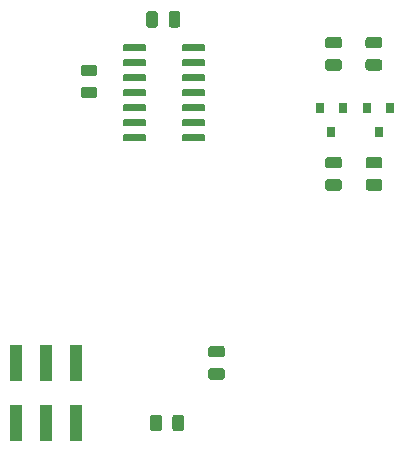
<source format=gtp>
G04 #@! TF.GenerationSoftware,KiCad,Pcbnew,(5.1.5-0-10_14)*
G04 #@! TF.CreationDate,2020-10-21T13:28:45+02:00*
G04 #@! TF.ProjectId,ithowifi,6974686f-7769-4666-992e-6b696361645f,rev?*
G04 #@! TF.SameCoordinates,Original*
G04 #@! TF.FileFunction,Paste,Top*
G04 #@! TF.FilePolarity,Positive*
%FSLAX46Y46*%
G04 Gerber Fmt 4.6, Leading zero omitted, Abs format (unit mm)*
G04 Created by KiCad (PCBNEW (5.1.5-0-10_14)) date 2020-10-21 13:28:45*
%MOMM*%
%LPD*%
G04 APERTURE LIST*
%ADD10C,0.100000*%
%ADD11R,0.800000X0.900000*%
%ADD12R,1.000000X3.150000*%
G04 APERTURE END LIST*
D10*
G36*
X109446142Y-141929174D02*
G01*
X109469803Y-141932684D01*
X109493007Y-141938496D01*
X109515529Y-141946554D01*
X109537153Y-141956782D01*
X109557670Y-141969079D01*
X109576883Y-141983329D01*
X109594607Y-141999393D01*
X109610671Y-142017117D01*
X109624921Y-142036330D01*
X109637218Y-142056847D01*
X109647446Y-142078471D01*
X109655504Y-142100993D01*
X109661316Y-142124197D01*
X109664826Y-142147858D01*
X109666000Y-142171750D01*
X109666000Y-142659250D01*
X109664826Y-142683142D01*
X109661316Y-142706803D01*
X109655504Y-142730007D01*
X109647446Y-142752529D01*
X109637218Y-142774153D01*
X109624921Y-142794670D01*
X109610671Y-142813883D01*
X109594607Y-142831607D01*
X109576883Y-142847671D01*
X109557670Y-142861921D01*
X109537153Y-142874218D01*
X109515529Y-142884446D01*
X109493007Y-142892504D01*
X109469803Y-142898316D01*
X109446142Y-142901826D01*
X109422250Y-142903000D01*
X108509750Y-142903000D01*
X108485858Y-142901826D01*
X108462197Y-142898316D01*
X108438993Y-142892504D01*
X108416471Y-142884446D01*
X108394847Y-142874218D01*
X108374330Y-142861921D01*
X108355117Y-142847671D01*
X108337393Y-142831607D01*
X108321329Y-142813883D01*
X108307079Y-142794670D01*
X108294782Y-142774153D01*
X108284554Y-142752529D01*
X108276496Y-142730007D01*
X108270684Y-142706803D01*
X108267174Y-142683142D01*
X108266000Y-142659250D01*
X108266000Y-142171750D01*
X108267174Y-142147858D01*
X108270684Y-142124197D01*
X108276496Y-142100993D01*
X108284554Y-142078471D01*
X108294782Y-142056847D01*
X108307079Y-142036330D01*
X108321329Y-142017117D01*
X108337393Y-141999393D01*
X108355117Y-141983329D01*
X108374330Y-141969079D01*
X108394847Y-141956782D01*
X108416471Y-141946554D01*
X108438993Y-141938496D01*
X108462197Y-141932684D01*
X108485858Y-141929174D01*
X108509750Y-141928000D01*
X109422250Y-141928000D01*
X109446142Y-141929174D01*
G37*
G36*
X109446142Y-140054174D02*
G01*
X109469803Y-140057684D01*
X109493007Y-140063496D01*
X109515529Y-140071554D01*
X109537153Y-140081782D01*
X109557670Y-140094079D01*
X109576883Y-140108329D01*
X109594607Y-140124393D01*
X109610671Y-140142117D01*
X109624921Y-140161330D01*
X109637218Y-140181847D01*
X109647446Y-140203471D01*
X109655504Y-140225993D01*
X109661316Y-140249197D01*
X109664826Y-140272858D01*
X109666000Y-140296750D01*
X109666000Y-140784250D01*
X109664826Y-140808142D01*
X109661316Y-140831803D01*
X109655504Y-140855007D01*
X109647446Y-140877529D01*
X109637218Y-140899153D01*
X109624921Y-140919670D01*
X109610671Y-140938883D01*
X109594607Y-140956607D01*
X109576883Y-140972671D01*
X109557670Y-140986921D01*
X109537153Y-140999218D01*
X109515529Y-141009446D01*
X109493007Y-141017504D01*
X109469803Y-141023316D01*
X109446142Y-141026826D01*
X109422250Y-141028000D01*
X108509750Y-141028000D01*
X108485858Y-141026826D01*
X108462197Y-141023316D01*
X108438993Y-141017504D01*
X108416471Y-141009446D01*
X108394847Y-140999218D01*
X108374330Y-140986921D01*
X108355117Y-140972671D01*
X108337393Y-140956607D01*
X108321329Y-140938883D01*
X108307079Y-140919670D01*
X108294782Y-140899153D01*
X108284554Y-140877529D01*
X108276496Y-140855007D01*
X108270684Y-140831803D01*
X108267174Y-140808142D01*
X108266000Y-140784250D01*
X108266000Y-140296750D01*
X108267174Y-140272858D01*
X108270684Y-140249197D01*
X108276496Y-140225993D01*
X108284554Y-140203471D01*
X108294782Y-140181847D01*
X108307079Y-140161330D01*
X108321329Y-140142117D01*
X108337393Y-140124393D01*
X108355117Y-140108329D01*
X108374330Y-140094079D01*
X108394847Y-140081782D01*
X108416471Y-140071554D01*
X108438993Y-140063496D01*
X108462197Y-140057684D01*
X108485858Y-140054174D01*
X108509750Y-140053000D01*
X109422250Y-140053000D01*
X109446142Y-140054174D01*
G37*
G36*
X98651142Y-116226174D02*
G01*
X98674803Y-116229684D01*
X98698007Y-116235496D01*
X98720529Y-116243554D01*
X98742153Y-116253782D01*
X98762670Y-116266079D01*
X98781883Y-116280329D01*
X98799607Y-116296393D01*
X98815671Y-116314117D01*
X98829921Y-116333330D01*
X98842218Y-116353847D01*
X98852446Y-116375471D01*
X98860504Y-116397993D01*
X98866316Y-116421197D01*
X98869826Y-116444858D01*
X98871000Y-116468750D01*
X98871000Y-116956250D01*
X98869826Y-116980142D01*
X98866316Y-117003803D01*
X98860504Y-117027007D01*
X98852446Y-117049529D01*
X98842218Y-117071153D01*
X98829921Y-117091670D01*
X98815671Y-117110883D01*
X98799607Y-117128607D01*
X98781883Y-117144671D01*
X98762670Y-117158921D01*
X98742153Y-117171218D01*
X98720529Y-117181446D01*
X98698007Y-117189504D01*
X98674803Y-117195316D01*
X98651142Y-117198826D01*
X98627250Y-117200000D01*
X97714750Y-117200000D01*
X97690858Y-117198826D01*
X97667197Y-117195316D01*
X97643993Y-117189504D01*
X97621471Y-117181446D01*
X97599847Y-117171218D01*
X97579330Y-117158921D01*
X97560117Y-117144671D01*
X97542393Y-117128607D01*
X97526329Y-117110883D01*
X97512079Y-117091670D01*
X97499782Y-117071153D01*
X97489554Y-117049529D01*
X97481496Y-117027007D01*
X97475684Y-117003803D01*
X97472174Y-116980142D01*
X97471000Y-116956250D01*
X97471000Y-116468750D01*
X97472174Y-116444858D01*
X97475684Y-116421197D01*
X97481496Y-116397993D01*
X97489554Y-116375471D01*
X97499782Y-116353847D01*
X97512079Y-116333330D01*
X97526329Y-116314117D01*
X97542393Y-116296393D01*
X97560117Y-116280329D01*
X97579330Y-116266079D01*
X97599847Y-116253782D01*
X97621471Y-116243554D01*
X97643993Y-116235496D01*
X97667197Y-116229684D01*
X97690858Y-116226174D01*
X97714750Y-116225000D01*
X98627250Y-116225000D01*
X98651142Y-116226174D01*
G37*
G36*
X98651142Y-118101174D02*
G01*
X98674803Y-118104684D01*
X98698007Y-118110496D01*
X98720529Y-118118554D01*
X98742153Y-118128782D01*
X98762670Y-118141079D01*
X98781883Y-118155329D01*
X98799607Y-118171393D01*
X98815671Y-118189117D01*
X98829921Y-118208330D01*
X98842218Y-118228847D01*
X98852446Y-118250471D01*
X98860504Y-118272993D01*
X98866316Y-118296197D01*
X98869826Y-118319858D01*
X98871000Y-118343750D01*
X98871000Y-118831250D01*
X98869826Y-118855142D01*
X98866316Y-118878803D01*
X98860504Y-118902007D01*
X98852446Y-118924529D01*
X98842218Y-118946153D01*
X98829921Y-118966670D01*
X98815671Y-118985883D01*
X98799607Y-119003607D01*
X98781883Y-119019671D01*
X98762670Y-119033921D01*
X98742153Y-119046218D01*
X98720529Y-119056446D01*
X98698007Y-119064504D01*
X98674803Y-119070316D01*
X98651142Y-119073826D01*
X98627250Y-119075000D01*
X97714750Y-119075000D01*
X97690858Y-119073826D01*
X97667197Y-119070316D01*
X97643993Y-119064504D01*
X97621471Y-119056446D01*
X97599847Y-119046218D01*
X97579330Y-119033921D01*
X97560117Y-119019671D01*
X97542393Y-119003607D01*
X97526329Y-118985883D01*
X97512079Y-118966670D01*
X97499782Y-118946153D01*
X97489554Y-118924529D01*
X97481496Y-118902007D01*
X97475684Y-118878803D01*
X97472174Y-118855142D01*
X97471000Y-118831250D01*
X97471000Y-118343750D01*
X97472174Y-118319858D01*
X97475684Y-118296197D01*
X97481496Y-118272993D01*
X97489554Y-118250471D01*
X97499782Y-118228847D01*
X97512079Y-118208330D01*
X97526329Y-118189117D01*
X97542393Y-118171393D01*
X97560117Y-118155329D01*
X97579330Y-118141079D01*
X97599847Y-118128782D01*
X97621471Y-118118554D01*
X97643993Y-118110496D01*
X97667197Y-118104684D01*
X97690858Y-118101174D01*
X97714750Y-118100000D01*
X98627250Y-118100000D01*
X98651142Y-118101174D01*
G37*
G36*
X105980142Y-145859174D02*
G01*
X106003803Y-145862684D01*
X106027007Y-145868496D01*
X106049529Y-145876554D01*
X106071153Y-145886782D01*
X106091670Y-145899079D01*
X106110883Y-145913329D01*
X106128607Y-145929393D01*
X106144671Y-145947117D01*
X106158921Y-145966330D01*
X106171218Y-145986847D01*
X106181446Y-146008471D01*
X106189504Y-146030993D01*
X106195316Y-146054197D01*
X106198826Y-146077858D01*
X106200000Y-146101750D01*
X106200000Y-147014250D01*
X106198826Y-147038142D01*
X106195316Y-147061803D01*
X106189504Y-147085007D01*
X106181446Y-147107529D01*
X106171218Y-147129153D01*
X106158921Y-147149670D01*
X106144671Y-147168883D01*
X106128607Y-147186607D01*
X106110883Y-147202671D01*
X106091670Y-147216921D01*
X106071153Y-147229218D01*
X106049529Y-147239446D01*
X106027007Y-147247504D01*
X106003803Y-147253316D01*
X105980142Y-147256826D01*
X105956250Y-147258000D01*
X105468750Y-147258000D01*
X105444858Y-147256826D01*
X105421197Y-147253316D01*
X105397993Y-147247504D01*
X105375471Y-147239446D01*
X105353847Y-147229218D01*
X105333330Y-147216921D01*
X105314117Y-147202671D01*
X105296393Y-147186607D01*
X105280329Y-147168883D01*
X105266079Y-147149670D01*
X105253782Y-147129153D01*
X105243554Y-147107529D01*
X105235496Y-147085007D01*
X105229684Y-147061803D01*
X105226174Y-147038142D01*
X105225000Y-147014250D01*
X105225000Y-146101750D01*
X105226174Y-146077858D01*
X105229684Y-146054197D01*
X105235496Y-146030993D01*
X105243554Y-146008471D01*
X105253782Y-145986847D01*
X105266079Y-145966330D01*
X105280329Y-145947117D01*
X105296393Y-145929393D01*
X105314117Y-145913329D01*
X105333330Y-145899079D01*
X105353847Y-145886782D01*
X105375471Y-145876554D01*
X105397993Y-145868496D01*
X105421197Y-145862684D01*
X105444858Y-145859174D01*
X105468750Y-145858000D01*
X105956250Y-145858000D01*
X105980142Y-145859174D01*
G37*
G36*
X104105142Y-145859174D02*
G01*
X104128803Y-145862684D01*
X104152007Y-145868496D01*
X104174529Y-145876554D01*
X104196153Y-145886782D01*
X104216670Y-145899079D01*
X104235883Y-145913329D01*
X104253607Y-145929393D01*
X104269671Y-145947117D01*
X104283921Y-145966330D01*
X104296218Y-145986847D01*
X104306446Y-146008471D01*
X104314504Y-146030993D01*
X104320316Y-146054197D01*
X104323826Y-146077858D01*
X104325000Y-146101750D01*
X104325000Y-147014250D01*
X104323826Y-147038142D01*
X104320316Y-147061803D01*
X104314504Y-147085007D01*
X104306446Y-147107529D01*
X104296218Y-147129153D01*
X104283921Y-147149670D01*
X104269671Y-147168883D01*
X104253607Y-147186607D01*
X104235883Y-147202671D01*
X104216670Y-147216921D01*
X104196153Y-147229218D01*
X104174529Y-147239446D01*
X104152007Y-147247504D01*
X104128803Y-147253316D01*
X104105142Y-147256826D01*
X104081250Y-147258000D01*
X103593750Y-147258000D01*
X103569858Y-147256826D01*
X103546197Y-147253316D01*
X103522993Y-147247504D01*
X103500471Y-147239446D01*
X103478847Y-147229218D01*
X103458330Y-147216921D01*
X103439117Y-147202671D01*
X103421393Y-147186607D01*
X103405329Y-147168883D01*
X103391079Y-147149670D01*
X103378782Y-147129153D01*
X103368554Y-147107529D01*
X103360496Y-147085007D01*
X103354684Y-147061803D01*
X103351174Y-147038142D01*
X103350000Y-147014250D01*
X103350000Y-146101750D01*
X103351174Y-146077858D01*
X103354684Y-146054197D01*
X103360496Y-146030993D01*
X103368554Y-146008471D01*
X103378782Y-145986847D01*
X103391079Y-145966330D01*
X103405329Y-145947117D01*
X103421393Y-145929393D01*
X103439117Y-145913329D01*
X103458330Y-145899079D01*
X103478847Y-145886782D01*
X103500471Y-145876554D01*
X103522993Y-145868496D01*
X103546197Y-145862684D01*
X103569858Y-145859174D01*
X103593750Y-145858000D01*
X104081250Y-145858000D01*
X104105142Y-145859174D01*
G37*
G36*
X119352142Y-125927174D02*
G01*
X119375803Y-125930684D01*
X119399007Y-125936496D01*
X119421529Y-125944554D01*
X119443153Y-125954782D01*
X119463670Y-125967079D01*
X119482883Y-125981329D01*
X119500607Y-125997393D01*
X119516671Y-126015117D01*
X119530921Y-126034330D01*
X119543218Y-126054847D01*
X119553446Y-126076471D01*
X119561504Y-126098993D01*
X119567316Y-126122197D01*
X119570826Y-126145858D01*
X119572000Y-126169750D01*
X119572000Y-126657250D01*
X119570826Y-126681142D01*
X119567316Y-126704803D01*
X119561504Y-126728007D01*
X119553446Y-126750529D01*
X119543218Y-126772153D01*
X119530921Y-126792670D01*
X119516671Y-126811883D01*
X119500607Y-126829607D01*
X119482883Y-126845671D01*
X119463670Y-126859921D01*
X119443153Y-126872218D01*
X119421529Y-126882446D01*
X119399007Y-126890504D01*
X119375803Y-126896316D01*
X119352142Y-126899826D01*
X119328250Y-126901000D01*
X118415750Y-126901000D01*
X118391858Y-126899826D01*
X118368197Y-126896316D01*
X118344993Y-126890504D01*
X118322471Y-126882446D01*
X118300847Y-126872218D01*
X118280330Y-126859921D01*
X118261117Y-126845671D01*
X118243393Y-126829607D01*
X118227329Y-126811883D01*
X118213079Y-126792670D01*
X118200782Y-126772153D01*
X118190554Y-126750529D01*
X118182496Y-126728007D01*
X118176684Y-126704803D01*
X118173174Y-126681142D01*
X118172000Y-126657250D01*
X118172000Y-126169750D01*
X118173174Y-126145858D01*
X118176684Y-126122197D01*
X118182496Y-126098993D01*
X118190554Y-126076471D01*
X118200782Y-126054847D01*
X118213079Y-126034330D01*
X118227329Y-126015117D01*
X118243393Y-125997393D01*
X118261117Y-125981329D01*
X118280330Y-125967079D01*
X118300847Y-125954782D01*
X118322471Y-125944554D01*
X118344993Y-125936496D01*
X118368197Y-125930684D01*
X118391858Y-125927174D01*
X118415750Y-125926000D01*
X119328250Y-125926000D01*
X119352142Y-125927174D01*
G37*
G36*
X119352142Y-124052174D02*
G01*
X119375803Y-124055684D01*
X119399007Y-124061496D01*
X119421529Y-124069554D01*
X119443153Y-124079782D01*
X119463670Y-124092079D01*
X119482883Y-124106329D01*
X119500607Y-124122393D01*
X119516671Y-124140117D01*
X119530921Y-124159330D01*
X119543218Y-124179847D01*
X119553446Y-124201471D01*
X119561504Y-124223993D01*
X119567316Y-124247197D01*
X119570826Y-124270858D01*
X119572000Y-124294750D01*
X119572000Y-124782250D01*
X119570826Y-124806142D01*
X119567316Y-124829803D01*
X119561504Y-124853007D01*
X119553446Y-124875529D01*
X119543218Y-124897153D01*
X119530921Y-124917670D01*
X119516671Y-124936883D01*
X119500607Y-124954607D01*
X119482883Y-124970671D01*
X119463670Y-124984921D01*
X119443153Y-124997218D01*
X119421529Y-125007446D01*
X119399007Y-125015504D01*
X119375803Y-125021316D01*
X119352142Y-125024826D01*
X119328250Y-125026000D01*
X118415750Y-125026000D01*
X118391858Y-125024826D01*
X118368197Y-125021316D01*
X118344993Y-125015504D01*
X118322471Y-125007446D01*
X118300847Y-124997218D01*
X118280330Y-124984921D01*
X118261117Y-124970671D01*
X118243393Y-124954607D01*
X118227329Y-124936883D01*
X118213079Y-124917670D01*
X118200782Y-124897153D01*
X118190554Y-124875529D01*
X118182496Y-124853007D01*
X118176684Y-124829803D01*
X118173174Y-124806142D01*
X118172000Y-124782250D01*
X118172000Y-124294750D01*
X118173174Y-124270858D01*
X118176684Y-124247197D01*
X118182496Y-124223993D01*
X118190554Y-124201471D01*
X118200782Y-124179847D01*
X118213079Y-124159330D01*
X118227329Y-124140117D01*
X118243393Y-124122393D01*
X118261117Y-124106329D01*
X118280330Y-124092079D01*
X118300847Y-124079782D01*
X118322471Y-124069554D01*
X118344993Y-124061496D01*
X118368197Y-124055684D01*
X118391858Y-124052174D01*
X118415750Y-124051000D01*
X119328250Y-124051000D01*
X119352142Y-124052174D01*
G37*
G36*
X122781142Y-125927174D02*
G01*
X122804803Y-125930684D01*
X122828007Y-125936496D01*
X122850529Y-125944554D01*
X122872153Y-125954782D01*
X122892670Y-125967079D01*
X122911883Y-125981329D01*
X122929607Y-125997393D01*
X122945671Y-126015117D01*
X122959921Y-126034330D01*
X122972218Y-126054847D01*
X122982446Y-126076471D01*
X122990504Y-126098993D01*
X122996316Y-126122197D01*
X122999826Y-126145858D01*
X123001000Y-126169750D01*
X123001000Y-126657250D01*
X122999826Y-126681142D01*
X122996316Y-126704803D01*
X122990504Y-126728007D01*
X122982446Y-126750529D01*
X122972218Y-126772153D01*
X122959921Y-126792670D01*
X122945671Y-126811883D01*
X122929607Y-126829607D01*
X122911883Y-126845671D01*
X122892670Y-126859921D01*
X122872153Y-126872218D01*
X122850529Y-126882446D01*
X122828007Y-126890504D01*
X122804803Y-126896316D01*
X122781142Y-126899826D01*
X122757250Y-126901000D01*
X121844750Y-126901000D01*
X121820858Y-126899826D01*
X121797197Y-126896316D01*
X121773993Y-126890504D01*
X121751471Y-126882446D01*
X121729847Y-126872218D01*
X121709330Y-126859921D01*
X121690117Y-126845671D01*
X121672393Y-126829607D01*
X121656329Y-126811883D01*
X121642079Y-126792670D01*
X121629782Y-126772153D01*
X121619554Y-126750529D01*
X121611496Y-126728007D01*
X121605684Y-126704803D01*
X121602174Y-126681142D01*
X121601000Y-126657250D01*
X121601000Y-126169750D01*
X121602174Y-126145858D01*
X121605684Y-126122197D01*
X121611496Y-126098993D01*
X121619554Y-126076471D01*
X121629782Y-126054847D01*
X121642079Y-126034330D01*
X121656329Y-126015117D01*
X121672393Y-125997393D01*
X121690117Y-125981329D01*
X121709330Y-125967079D01*
X121729847Y-125954782D01*
X121751471Y-125944554D01*
X121773993Y-125936496D01*
X121797197Y-125930684D01*
X121820858Y-125927174D01*
X121844750Y-125926000D01*
X122757250Y-125926000D01*
X122781142Y-125927174D01*
G37*
G36*
X122781142Y-124052174D02*
G01*
X122804803Y-124055684D01*
X122828007Y-124061496D01*
X122850529Y-124069554D01*
X122872153Y-124079782D01*
X122892670Y-124092079D01*
X122911883Y-124106329D01*
X122929607Y-124122393D01*
X122945671Y-124140117D01*
X122959921Y-124159330D01*
X122972218Y-124179847D01*
X122982446Y-124201471D01*
X122990504Y-124223993D01*
X122996316Y-124247197D01*
X122999826Y-124270858D01*
X123001000Y-124294750D01*
X123001000Y-124782250D01*
X122999826Y-124806142D01*
X122996316Y-124829803D01*
X122990504Y-124853007D01*
X122982446Y-124875529D01*
X122972218Y-124897153D01*
X122959921Y-124917670D01*
X122945671Y-124936883D01*
X122929607Y-124954607D01*
X122911883Y-124970671D01*
X122892670Y-124984921D01*
X122872153Y-124997218D01*
X122850529Y-125007446D01*
X122828007Y-125015504D01*
X122804803Y-125021316D01*
X122781142Y-125024826D01*
X122757250Y-125026000D01*
X121844750Y-125026000D01*
X121820858Y-125024826D01*
X121797197Y-125021316D01*
X121773993Y-125015504D01*
X121751471Y-125007446D01*
X121729847Y-124997218D01*
X121709330Y-124984921D01*
X121690117Y-124970671D01*
X121672393Y-124954607D01*
X121656329Y-124936883D01*
X121642079Y-124917670D01*
X121629782Y-124897153D01*
X121619554Y-124875529D01*
X121611496Y-124853007D01*
X121605684Y-124829803D01*
X121602174Y-124806142D01*
X121601000Y-124782250D01*
X121601000Y-124294750D01*
X121602174Y-124270858D01*
X121605684Y-124247197D01*
X121611496Y-124223993D01*
X121619554Y-124201471D01*
X121629782Y-124179847D01*
X121642079Y-124159330D01*
X121656329Y-124140117D01*
X121672393Y-124122393D01*
X121690117Y-124106329D01*
X121709330Y-124092079D01*
X121729847Y-124079782D01*
X121751471Y-124069554D01*
X121773993Y-124061496D01*
X121797197Y-124055684D01*
X121820858Y-124052174D01*
X121844750Y-124051000D01*
X122757250Y-124051000D01*
X122781142Y-124052174D01*
G37*
G36*
X119352142Y-113889174D02*
G01*
X119375803Y-113892684D01*
X119399007Y-113898496D01*
X119421529Y-113906554D01*
X119443153Y-113916782D01*
X119463670Y-113929079D01*
X119482883Y-113943329D01*
X119500607Y-113959393D01*
X119516671Y-113977117D01*
X119530921Y-113996330D01*
X119543218Y-114016847D01*
X119553446Y-114038471D01*
X119561504Y-114060993D01*
X119567316Y-114084197D01*
X119570826Y-114107858D01*
X119572000Y-114131750D01*
X119572000Y-114619250D01*
X119570826Y-114643142D01*
X119567316Y-114666803D01*
X119561504Y-114690007D01*
X119553446Y-114712529D01*
X119543218Y-114734153D01*
X119530921Y-114754670D01*
X119516671Y-114773883D01*
X119500607Y-114791607D01*
X119482883Y-114807671D01*
X119463670Y-114821921D01*
X119443153Y-114834218D01*
X119421529Y-114844446D01*
X119399007Y-114852504D01*
X119375803Y-114858316D01*
X119352142Y-114861826D01*
X119328250Y-114863000D01*
X118415750Y-114863000D01*
X118391858Y-114861826D01*
X118368197Y-114858316D01*
X118344993Y-114852504D01*
X118322471Y-114844446D01*
X118300847Y-114834218D01*
X118280330Y-114821921D01*
X118261117Y-114807671D01*
X118243393Y-114791607D01*
X118227329Y-114773883D01*
X118213079Y-114754670D01*
X118200782Y-114734153D01*
X118190554Y-114712529D01*
X118182496Y-114690007D01*
X118176684Y-114666803D01*
X118173174Y-114643142D01*
X118172000Y-114619250D01*
X118172000Y-114131750D01*
X118173174Y-114107858D01*
X118176684Y-114084197D01*
X118182496Y-114060993D01*
X118190554Y-114038471D01*
X118200782Y-114016847D01*
X118213079Y-113996330D01*
X118227329Y-113977117D01*
X118243393Y-113959393D01*
X118261117Y-113943329D01*
X118280330Y-113929079D01*
X118300847Y-113916782D01*
X118322471Y-113906554D01*
X118344993Y-113898496D01*
X118368197Y-113892684D01*
X118391858Y-113889174D01*
X118415750Y-113888000D01*
X119328250Y-113888000D01*
X119352142Y-113889174D01*
G37*
G36*
X119352142Y-115764174D02*
G01*
X119375803Y-115767684D01*
X119399007Y-115773496D01*
X119421529Y-115781554D01*
X119443153Y-115791782D01*
X119463670Y-115804079D01*
X119482883Y-115818329D01*
X119500607Y-115834393D01*
X119516671Y-115852117D01*
X119530921Y-115871330D01*
X119543218Y-115891847D01*
X119553446Y-115913471D01*
X119561504Y-115935993D01*
X119567316Y-115959197D01*
X119570826Y-115982858D01*
X119572000Y-116006750D01*
X119572000Y-116494250D01*
X119570826Y-116518142D01*
X119567316Y-116541803D01*
X119561504Y-116565007D01*
X119553446Y-116587529D01*
X119543218Y-116609153D01*
X119530921Y-116629670D01*
X119516671Y-116648883D01*
X119500607Y-116666607D01*
X119482883Y-116682671D01*
X119463670Y-116696921D01*
X119443153Y-116709218D01*
X119421529Y-116719446D01*
X119399007Y-116727504D01*
X119375803Y-116733316D01*
X119352142Y-116736826D01*
X119328250Y-116738000D01*
X118415750Y-116738000D01*
X118391858Y-116736826D01*
X118368197Y-116733316D01*
X118344993Y-116727504D01*
X118322471Y-116719446D01*
X118300847Y-116709218D01*
X118280330Y-116696921D01*
X118261117Y-116682671D01*
X118243393Y-116666607D01*
X118227329Y-116648883D01*
X118213079Y-116629670D01*
X118200782Y-116609153D01*
X118190554Y-116587529D01*
X118182496Y-116565007D01*
X118176684Y-116541803D01*
X118173174Y-116518142D01*
X118172000Y-116494250D01*
X118172000Y-116006750D01*
X118173174Y-115982858D01*
X118176684Y-115959197D01*
X118182496Y-115935993D01*
X118190554Y-115913471D01*
X118200782Y-115891847D01*
X118213079Y-115871330D01*
X118227329Y-115852117D01*
X118243393Y-115834393D01*
X118261117Y-115818329D01*
X118280330Y-115804079D01*
X118300847Y-115791782D01*
X118322471Y-115781554D01*
X118344993Y-115773496D01*
X118368197Y-115767684D01*
X118391858Y-115764174D01*
X118415750Y-115763000D01*
X119328250Y-115763000D01*
X119352142Y-115764174D01*
G37*
G36*
X122755742Y-115764174D02*
G01*
X122779403Y-115767684D01*
X122802607Y-115773496D01*
X122825129Y-115781554D01*
X122846753Y-115791782D01*
X122867270Y-115804079D01*
X122886483Y-115818329D01*
X122904207Y-115834393D01*
X122920271Y-115852117D01*
X122934521Y-115871330D01*
X122946818Y-115891847D01*
X122957046Y-115913471D01*
X122965104Y-115935993D01*
X122970916Y-115959197D01*
X122974426Y-115982858D01*
X122975600Y-116006750D01*
X122975600Y-116494250D01*
X122974426Y-116518142D01*
X122970916Y-116541803D01*
X122965104Y-116565007D01*
X122957046Y-116587529D01*
X122946818Y-116609153D01*
X122934521Y-116629670D01*
X122920271Y-116648883D01*
X122904207Y-116666607D01*
X122886483Y-116682671D01*
X122867270Y-116696921D01*
X122846753Y-116709218D01*
X122825129Y-116719446D01*
X122802607Y-116727504D01*
X122779403Y-116733316D01*
X122755742Y-116736826D01*
X122731850Y-116738000D01*
X121819350Y-116738000D01*
X121795458Y-116736826D01*
X121771797Y-116733316D01*
X121748593Y-116727504D01*
X121726071Y-116719446D01*
X121704447Y-116709218D01*
X121683930Y-116696921D01*
X121664717Y-116682671D01*
X121646993Y-116666607D01*
X121630929Y-116648883D01*
X121616679Y-116629670D01*
X121604382Y-116609153D01*
X121594154Y-116587529D01*
X121586096Y-116565007D01*
X121580284Y-116541803D01*
X121576774Y-116518142D01*
X121575600Y-116494250D01*
X121575600Y-116006750D01*
X121576774Y-115982858D01*
X121580284Y-115959197D01*
X121586096Y-115935993D01*
X121594154Y-115913471D01*
X121604382Y-115891847D01*
X121616679Y-115871330D01*
X121630929Y-115852117D01*
X121646993Y-115834393D01*
X121664717Y-115818329D01*
X121683930Y-115804079D01*
X121704447Y-115791782D01*
X121726071Y-115781554D01*
X121748593Y-115773496D01*
X121771797Y-115767684D01*
X121795458Y-115764174D01*
X121819350Y-115763000D01*
X122731850Y-115763000D01*
X122755742Y-115764174D01*
G37*
G36*
X122755742Y-113889174D02*
G01*
X122779403Y-113892684D01*
X122802607Y-113898496D01*
X122825129Y-113906554D01*
X122846753Y-113916782D01*
X122867270Y-113929079D01*
X122886483Y-113943329D01*
X122904207Y-113959393D01*
X122920271Y-113977117D01*
X122934521Y-113996330D01*
X122946818Y-114016847D01*
X122957046Y-114038471D01*
X122965104Y-114060993D01*
X122970916Y-114084197D01*
X122974426Y-114107858D01*
X122975600Y-114131750D01*
X122975600Y-114619250D01*
X122974426Y-114643142D01*
X122970916Y-114666803D01*
X122965104Y-114690007D01*
X122957046Y-114712529D01*
X122946818Y-114734153D01*
X122934521Y-114754670D01*
X122920271Y-114773883D01*
X122904207Y-114791607D01*
X122886483Y-114807671D01*
X122867270Y-114821921D01*
X122846753Y-114834218D01*
X122825129Y-114844446D01*
X122802607Y-114852504D01*
X122779403Y-114858316D01*
X122755742Y-114861826D01*
X122731850Y-114863000D01*
X121819350Y-114863000D01*
X121795458Y-114861826D01*
X121771797Y-114858316D01*
X121748593Y-114852504D01*
X121726071Y-114844446D01*
X121704447Y-114834218D01*
X121683930Y-114821921D01*
X121664717Y-114807671D01*
X121646993Y-114791607D01*
X121630929Y-114773883D01*
X121616679Y-114754670D01*
X121604382Y-114734153D01*
X121594154Y-114712529D01*
X121586096Y-114690007D01*
X121580284Y-114666803D01*
X121576774Y-114643142D01*
X121575600Y-114619250D01*
X121575600Y-114131750D01*
X121576774Y-114107858D01*
X121580284Y-114084197D01*
X121586096Y-114060993D01*
X121594154Y-114038471D01*
X121604382Y-114016847D01*
X121616679Y-113996330D01*
X121630929Y-113977117D01*
X121646993Y-113959393D01*
X121664717Y-113943329D01*
X121683930Y-113929079D01*
X121704447Y-113916782D01*
X121726071Y-113906554D01*
X121748593Y-113898496D01*
X121771797Y-113892684D01*
X121795458Y-113889174D01*
X121819350Y-113888000D01*
X122731850Y-113888000D01*
X122755742Y-113889174D01*
G37*
G36*
X105655142Y-111696174D02*
G01*
X105678803Y-111699684D01*
X105702007Y-111705496D01*
X105724529Y-111713554D01*
X105746153Y-111723782D01*
X105766670Y-111736079D01*
X105785883Y-111750329D01*
X105803607Y-111766393D01*
X105819671Y-111784117D01*
X105833921Y-111803330D01*
X105846218Y-111823847D01*
X105856446Y-111845471D01*
X105864504Y-111867993D01*
X105870316Y-111891197D01*
X105873826Y-111914858D01*
X105875000Y-111938750D01*
X105875000Y-112851250D01*
X105873826Y-112875142D01*
X105870316Y-112898803D01*
X105864504Y-112922007D01*
X105856446Y-112944529D01*
X105846218Y-112966153D01*
X105833921Y-112986670D01*
X105819671Y-113005883D01*
X105803607Y-113023607D01*
X105785883Y-113039671D01*
X105766670Y-113053921D01*
X105746153Y-113066218D01*
X105724529Y-113076446D01*
X105702007Y-113084504D01*
X105678803Y-113090316D01*
X105655142Y-113093826D01*
X105631250Y-113095000D01*
X105143750Y-113095000D01*
X105119858Y-113093826D01*
X105096197Y-113090316D01*
X105072993Y-113084504D01*
X105050471Y-113076446D01*
X105028847Y-113066218D01*
X105008330Y-113053921D01*
X104989117Y-113039671D01*
X104971393Y-113023607D01*
X104955329Y-113005883D01*
X104941079Y-112986670D01*
X104928782Y-112966153D01*
X104918554Y-112944529D01*
X104910496Y-112922007D01*
X104904684Y-112898803D01*
X104901174Y-112875142D01*
X104900000Y-112851250D01*
X104900000Y-111938750D01*
X104901174Y-111914858D01*
X104904684Y-111891197D01*
X104910496Y-111867993D01*
X104918554Y-111845471D01*
X104928782Y-111823847D01*
X104941079Y-111803330D01*
X104955329Y-111784117D01*
X104971393Y-111766393D01*
X104989117Y-111750329D01*
X105008330Y-111736079D01*
X105028847Y-111723782D01*
X105050471Y-111713554D01*
X105072993Y-111705496D01*
X105096197Y-111699684D01*
X105119858Y-111696174D01*
X105143750Y-111695000D01*
X105631250Y-111695000D01*
X105655142Y-111696174D01*
G37*
G36*
X103780142Y-111696174D02*
G01*
X103803803Y-111699684D01*
X103827007Y-111705496D01*
X103849529Y-111713554D01*
X103871153Y-111723782D01*
X103891670Y-111736079D01*
X103910883Y-111750329D01*
X103928607Y-111766393D01*
X103944671Y-111784117D01*
X103958921Y-111803330D01*
X103971218Y-111823847D01*
X103981446Y-111845471D01*
X103989504Y-111867993D01*
X103995316Y-111891197D01*
X103998826Y-111914858D01*
X104000000Y-111938750D01*
X104000000Y-112851250D01*
X103998826Y-112875142D01*
X103995316Y-112898803D01*
X103989504Y-112922007D01*
X103981446Y-112944529D01*
X103971218Y-112966153D01*
X103958921Y-112986670D01*
X103944671Y-113005883D01*
X103928607Y-113023607D01*
X103910883Y-113039671D01*
X103891670Y-113053921D01*
X103871153Y-113066218D01*
X103849529Y-113076446D01*
X103827007Y-113084504D01*
X103803803Y-113090316D01*
X103780142Y-113093826D01*
X103756250Y-113095000D01*
X103268750Y-113095000D01*
X103244858Y-113093826D01*
X103221197Y-113090316D01*
X103197993Y-113084504D01*
X103175471Y-113076446D01*
X103153847Y-113066218D01*
X103133330Y-113053921D01*
X103114117Y-113039671D01*
X103096393Y-113023607D01*
X103080329Y-113005883D01*
X103066079Y-112986670D01*
X103053782Y-112966153D01*
X103043554Y-112944529D01*
X103035496Y-112922007D01*
X103029684Y-112898803D01*
X103026174Y-112875142D01*
X103025000Y-112851250D01*
X103025000Y-111938750D01*
X103026174Y-111914858D01*
X103029684Y-111891197D01*
X103035496Y-111867993D01*
X103043554Y-111845471D01*
X103053782Y-111823847D01*
X103066079Y-111803330D01*
X103080329Y-111784117D01*
X103096393Y-111766393D01*
X103114117Y-111750329D01*
X103133330Y-111736079D01*
X103153847Y-111723782D01*
X103175471Y-111713554D01*
X103197993Y-111705496D01*
X103221197Y-111699684D01*
X103244858Y-111696174D01*
X103268750Y-111695000D01*
X103756250Y-111695000D01*
X103780142Y-111696174D01*
G37*
D11*
X118684000Y-121904000D03*
X117734000Y-119904000D03*
X119634000Y-119904000D03*
X122682000Y-121904000D03*
X121732000Y-119904000D03*
X123632000Y-119904000D03*
D10*
G36*
X107835703Y-114508722D02*
G01*
X107850264Y-114510882D01*
X107864543Y-114514459D01*
X107878403Y-114519418D01*
X107891710Y-114525712D01*
X107904336Y-114533280D01*
X107916159Y-114542048D01*
X107927066Y-114551934D01*
X107936952Y-114562841D01*
X107945720Y-114574664D01*
X107953288Y-114587290D01*
X107959582Y-114600597D01*
X107964541Y-114614457D01*
X107968118Y-114628736D01*
X107970278Y-114643297D01*
X107971000Y-114658000D01*
X107971000Y-114958000D01*
X107970278Y-114972703D01*
X107968118Y-114987264D01*
X107964541Y-115001543D01*
X107959582Y-115015403D01*
X107953288Y-115028710D01*
X107945720Y-115041336D01*
X107936952Y-115053159D01*
X107927066Y-115064066D01*
X107916159Y-115073952D01*
X107904336Y-115082720D01*
X107891710Y-115090288D01*
X107878403Y-115096582D01*
X107864543Y-115101541D01*
X107850264Y-115105118D01*
X107835703Y-115107278D01*
X107821000Y-115108000D01*
X106171000Y-115108000D01*
X106156297Y-115107278D01*
X106141736Y-115105118D01*
X106127457Y-115101541D01*
X106113597Y-115096582D01*
X106100290Y-115090288D01*
X106087664Y-115082720D01*
X106075841Y-115073952D01*
X106064934Y-115064066D01*
X106055048Y-115053159D01*
X106046280Y-115041336D01*
X106038712Y-115028710D01*
X106032418Y-115015403D01*
X106027459Y-115001543D01*
X106023882Y-114987264D01*
X106021722Y-114972703D01*
X106021000Y-114958000D01*
X106021000Y-114658000D01*
X106021722Y-114643297D01*
X106023882Y-114628736D01*
X106027459Y-114614457D01*
X106032418Y-114600597D01*
X106038712Y-114587290D01*
X106046280Y-114574664D01*
X106055048Y-114562841D01*
X106064934Y-114551934D01*
X106075841Y-114542048D01*
X106087664Y-114533280D01*
X106100290Y-114525712D01*
X106113597Y-114519418D01*
X106127457Y-114514459D01*
X106141736Y-114510882D01*
X106156297Y-114508722D01*
X106171000Y-114508000D01*
X107821000Y-114508000D01*
X107835703Y-114508722D01*
G37*
G36*
X107835703Y-115778722D02*
G01*
X107850264Y-115780882D01*
X107864543Y-115784459D01*
X107878403Y-115789418D01*
X107891710Y-115795712D01*
X107904336Y-115803280D01*
X107916159Y-115812048D01*
X107927066Y-115821934D01*
X107936952Y-115832841D01*
X107945720Y-115844664D01*
X107953288Y-115857290D01*
X107959582Y-115870597D01*
X107964541Y-115884457D01*
X107968118Y-115898736D01*
X107970278Y-115913297D01*
X107971000Y-115928000D01*
X107971000Y-116228000D01*
X107970278Y-116242703D01*
X107968118Y-116257264D01*
X107964541Y-116271543D01*
X107959582Y-116285403D01*
X107953288Y-116298710D01*
X107945720Y-116311336D01*
X107936952Y-116323159D01*
X107927066Y-116334066D01*
X107916159Y-116343952D01*
X107904336Y-116352720D01*
X107891710Y-116360288D01*
X107878403Y-116366582D01*
X107864543Y-116371541D01*
X107850264Y-116375118D01*
X107835703Y-116377278D01*
X107821000Y-116378000D01*
X106171000Y-116378000D01*
X106156297Y-116377278D01*
X106141736Y-116375118D01*
X106127457Y-116371541D01*
X106113597Y-116366582D01*
X106100290Y-116360288D01*
X106087664Y-116352720D01*
X106075841Y-116343952D01*
X106064934Y-116334066D01*
X106055048Y-116323159D01*
X106046280Y-116311336D01*
X106038712Y-116298710D01*
X106032418Y-116285403D01*
X106027459Y-116271543D01*
X106023882Y-116257264D01*
X106021722Y-116242703D01*
X106021000Y-116228000D01*
X106021000Y-115928000D01*
X106021722Y-115913297D01*
X106023882Y-115898736D01*
X106027459Y-115884457D01*
X106032418Y-115870597D01*
X106038712Y-115857290D01*
X106046280Y-115844664D01*
X106055048Y-115832841D01*
X106064934Y-115821934D01*
X106075841Y-115812048D01*
X106087664Y-115803280D01*
X106100290Y-115795712D01*
X106113597Y-115789418D01*
X106127457Y-115784459D01*
X106141736Y-115780882D01*
X106156297Y-115778722D01*
X106171000Y-115778000D01*
X107821000Y-115778000D01*
X107835703Y-115778722D01*
G37*
G36*
X107835703Y-117048722D02*
G01*
X107850264Y-117050882D01*
X107864543Y-117054459D01*
X107878403Y-117059418D01*
X107891710Y-117065712D01*
X107904336Y-117073280D01*
X107916159Y-117082048D01*
X107927066Y-117091934D01*
X107936952Y-117102841D01*
X107945720Y-117114664D01*
X107953288Y-117127290D01*
X107959582Y-117140597D01*
X107964541Y-117154457D01*
X107968118Y-117168736D01*
X107970278Y-117183297D01*
X107971000Y-117198000D01*
X107971000Y-117498000D01*
X107970278Y-117512703D01*
X107968118Y-117527264D01*
X107964541Y-117541543D01*
X107959582Y-117555403D01*
X107953288Y-117568710D01*
X107945720Y-117581336D01*
X107936952Y-117593159D01*
X107927066Y-117604066D01*
X107916159Y-117613952D01*
X107904336Y-117622720D01*
X107891710Y-117630288D01*
X107878403Y-117636582D01*
X107864543Y-117641541D01*
X107850264Y-117645118D01*
X107835703Y-117647278D01*
X107821000Y-117648000D01*
X106171000Y-117648000D01*
X106156297Y-117647278D01*
X106141736Y-117645118D01*
X106127457Y-117641541D01*
X106113597Y-117636582D01*
X106100290Y-117630288D01*
X106087664Y-117622720D01*
X106075841Y-117613952D01*
X106064934Y-117604066D01*
X106055048Y-117593159D01*
X106046280Y-117581336D01*
X106038712Y-117568710D01*
X106032418Y-117555403D01*
X106027459Y-117541543D01*
X106023882Y-117527264D01*
X106021722Y-117512703D01*
X106021000Y-117498000D01*
X106021000Y-117198000D01*
X106021722Y-117183297D01*
X106023882Y-117168736D01*
X106027459Y-117154457D01*
X106032418Y-117140597D01*
X106038712Y-117127290D01*
X106046280Y-117114664D01*
X106055048Y-117102841D01*
X106064934Y-117091934D01*
X106075841Y-117082048D01*
X106087664Y-117073280D01*
X106100290Y-117065712D01*
X106113597Y-117059418D01*
X106127457Y-117054459D01*
X106141736Y-117050882D01*
X106156297Y-117048722D01*
X106171000Y-117048000D01*
X107821000Y-117048000D01*
X107835703Y-117048722D01*
G37*
G36*
X107835703Y-118318722D02*
G01*
X107850264Y-118320882D01*
X107864543Y-118324459D01*
X107878403Y-118329418D01*
X107891710Y-118335712D01*
X107904336Y-118343280D01*
X107916159Y-118352048D01*
X107927066Y-118361934D01*
X107936952Y-118372841D01*
X107945720Y-118384664D01*
X107953288Y-118397290D01*
X107959582Y-118410597D01*
X107964541Y-118424457D01*
X107968118Y-118438736D01*
X107970278Y-118453297D01*
X107971000Y-118468000D01*
X107971000Y-118768000D01*
X107970278Y-118782703D01*
X107968118Y-118797264D01*
X107964541Y-118811543D01*
X107959582Y-118825403D01*
X107953288Y-118838710D01*
X107945720Y-118851336D01*
X107936952Y-118863159D01*
X107927066Y-118874066D01*
X107916159Y-118883952D01*
X107904336Y-118892720D01*
X107891710Y-118900288D01*
X107878403Y-118906582D01*
X107864543Y-118911541D01*
X107850264Y-118915118D01*
X107835703Y-118917278D01*
X107821000Y-118918000D01*
X106171000Y-118918000D01*
X106156297Y-118917278D01*
X106141736Y-118915118D01*
X106127457Y-118911541D01*
X106113597Y-118906582D01*
X106100290Y-118900288D01*
X106087664Y-118892720D01*
X106075841Y-118883952D01*
X106064934Y-118874066D01*
X106055048Y-118863159D01*
X106046280Y-118851336D01*
X106038712Y-118838710D01*
X106032418Y-118825403D01*
X106027459Y-118811543D01*
X106023882Y-118797264D01*
X106021722Y-118782703D01*
X106021000Y-118768000D01*
X106021000Y-118468000D01*
X106021722Y-118453297D01*
X106023882Y-118438736D01*
X106027459Y-118424457D01*
X106032418Y-118410597D01*
X106038712Y-118397290D01*
X106046280Y-118384664D01*
X106055048Y-118372841D01*
X106064934Y-118361934D01*
X106075841Y-118352048D01*
X106087664Y-118343280D01*
X106100290Y-118335712D01*
X106113597Y-118329418D01*
X106127457Y-118324459D01*
X106141736Y-118320882D01*
X106156297Y-118318722D01*
X106171000Y-118318000D01*
X107821000Y-118318000D01*
X107835703Y-118318722D01*
G37*
G36*
X107835703Y-119588722D02*
G01*
X107850264Y-119590882D01*
X107864543Y-119594459D01*
X107878403Y-119599418D01*
X107891710Y-119605712D01*
X107904336Y-119613280D01*
X107916159Y-119622048D01*
X107927066Y-119631934D01*
X107936952Y-119642841D01*
X107945720Y-119654664D01*
X107953288Y-119667290D01*
X107959582Y-119680597D01*
X107964541Y-119694457D01*
X107968118Y-119708736D01*
X107970278Y-119723297D01*
X107971000Y-119738000D01*
X107971000Y-120038000D01*
X107970278Y-120052703D01*
X107968118Y-120067264D01*
X107964541Y-120081543D01*
X107959582Y-120095403D01*
X107953288Y-120108710D01*
X107945720Y-120121336D01*
X107936952Y-120133159D01*
X107927066Y-120144066D01*
X107916159Y-120153952D01*
X107904336Y-120162720D01*
X107891710Y-120170288D01*
X107878403Y-120176582D01*
X107864543Y-120181541D01*
X107850264Y-120185118D01*
X107835703Y-120187278D01*
X107821000Y-120188000D01*
X106171000Y-120188000D01*
X106156297Y-120187278D01*
X106141736Y-120185118D01*
X106127457Y-120181541D01*
X106113597Y-120176582D01*
X106100290Y-120170288D01*
X106087664Y-120162720D01*
X106075841Y-120153952D01*
X106064934Y-120144066D01*
X106055048Y-120133159D01*
X106046280Y-120121336D01*
X106038712Y-120108710D01*
X106032418Y-120095403D01*
X106027459Y-120081543D01*
X106023882Y-120067264D01*
X106021722Y-120052703D01*
X106021000Y-120038000D01*
X106021000Y-119738000D01*
X106021722Y-119723297D01*
X106023882Y-119708736D01*
X106027459Y-119694457D01*
X106032418Y-119680597D01*
X106038712Y-119667290D01*
X106046280Y-119654664D01*
X106055048Y-119642841D01*
X106064934Y-119631934D01*
X106075841Y-119622048D01*
X106087664Y-119613280D01*
X106100290Y-119605712D01*
X106113597Y-119599418D01*
X106127457Y-119594459D01*
X106141736Y-119590882D01*
X106156297Y-119588722D01*
X106171000Y-119588000D01*
X107821000Y-119588000D01*
X107835703Y-119588722D01*
G37*
G36*
X107835703Y-120858722D02*
G01*
X107850264Y-120860882D01*
X107864543Y-120864459D01*
X107878403Y-120869418D01*
X107891710Y-120875712D01*
X107904336Y-120883280D01*
X107916159Y-120892048D01*
X107927066Y-120901934D01*
X107936952Y-120912841D01*
X107945720Y-120924664D01*
X107953288Y-120937290D01*
X107959582Y-120950597D01*
X107964541Y-120964457D01*
X107968118Y-120978736D01*
X107970278Y-120993297D01*
X107971000Y-121008000D01*
X107971000Y-121308000D01*
X107970278Y-121322703D01*
X107968118Y-121337264D01*
X107964541Y-121351543D01*
X107959582Y-121365403D01*
X107953288Y-121378710D01*
X107945720Y-121391336D01*
X107936952Y-121403159D01*
X107927066Y-121414066D01*
X107916159Y-121423952D01*
X107904336Y-121432720D01*
X107891710Y-121440288D01*
X107878403Y-121446582D01*
X107864543Y-121451541D01*
X107850264Y-121455118D01*
X107835703Y-121457278D01*
X107821000Y-121458000D01*
X106171000Y-121458000D01*
X106156297Y-121457278D01*
X106141736Y-121455118D01*
X106127457Y-121451541D01*
X106113597Y-121446582D01*
X106100290Y-121440288D01*
X106087664Y-121432720D01*
X106075841Y-121423952D01*
X106064934Y-121414066D01*
X106055048Y-121403159D01*
X106046280Y-121391336D01*
X106038712Y-121378710D01*
X106032418Y-121365403D01*
X106027459Y-121351543D01*
X106023882Y-121337264D01*
X106021722Y-121322703D01*
X106021000Y-121308000D01*
X106021000Y-121008000D01*
X106021722Y-120993297D01*
X106023882Y-120978736D01*
X106027459Y-120964457D01*
X106032418Y-120950597D01*
X106038712Y-120937290D01*
X106046280Y-120924664D01*
X106055048Y-120912841D01*
X106064934Y-120901934D01*
X106075841Y-120892048D01*
X106087664Y-120883280D01*
X106100290Y-120875712D01*
X106113597Y-120869418D01*
X106127457Y-120864459D01*
X106141736Y-120860882D01*
X106156297Y-120858722D01*
X106171000Y-120858000D01*
X107821000Y-120858000D01*
X107835703Y-120858722D01*
G37*
G36*
X107835703Y-122128722D02*
G01*
X107850264Y-122130882D01*
X107864543Y-122134459D01*
X107878403Y-122139418D01*
X107891710Y-122145712D01*
X107904336Y-122153280D01*
X107916159Y-122162048D01*
X107927066Y-122171934D01*
X107936952Y-122182841D01*
X107945720Y-122194664D01*
X107953288Y-122207290D01*
X107959582Y-122220597D01*
X107964541Y-122234457D01*
X107968118Y-122248736D01*
X107970278Y-122263297D01*
X107971000Y-122278000D01*
X107971000Y-122578000D01*
X107970278Y-122592703D01*
X107968118Y-122607264D01*
X107964541Y-122621543D01*
X107959582Y-122635403D01*
X107953288Y-122648710D01*
X107945720Y-122661336D01*
X107936952Y-122673159D01*
X107927066Y-122684066D01*
X107916159Y-122693952D01*
X107904336Y-122702720D01*
X107891710Y-122710288D01*
X107878403Y-122716582D01*
X107864543Y-122721541D01*
X107850264Y-122725118D01*
X107835703Y-122727278D01*
X107821000Y-122728000D01*
X106171000Y-122728000D01*
X106156297Y-122727278D01*
X106141736Y-122725118D01*
X106127457Y-122721541D01*
X106113597Y-122716582D01*
X106100290Y-122710288D01*
X106087664Y-122702720D01*
X106075841Y-122693952D01*
X106064934Y-122684066D01*
X106055048Y-122673159D01*
X106046280Y-122661336D01*
X106038712Y-122648710D01*
X106032418Y-122635403D01*
X106027459Y-122621543D01*
X106023882Y-122607264D01*
X106021722Y-122592703D01*
X106021000Y-122578000D01*
X106021000Y-122278000D01*
X106021722Y-122263297D01*
X106023882Y-122248736D01*
X106027459Y-122234457D01*
X106032418Y-122220597D01*
X106038712Y-122207290D01*
X106046280Y-122194664D01*
X106055048Y-122182841D01*
X106064934Y-122171934D01*
X106075841Y-122162048D01*
X106087664Y-122153280D01*
X106100290Y-122145712D01*
X106113597Y-122139418D01*
X106127457Y-122134459D01*
X106141736Y-122130882D01*
X106156297Y-122128722D01*
X106171000Y-122128000D01*
X107821000Y-122128000D01*
X107835703Y-122128722D01*
G37*
G36*
X102885703Y-122128722D02*
G01*
X102900264Y-122130882D01*
X102914543Y-122134459D01*
X102928403Y-122139418D01*
X102941710Y-122145712D01*
X102954336Y-122153280D01*
X102966159Y-122162048D01*
X102977066Y-122171934D01*
X102986952Y-122182841D01*
X102995720Y-122194664D01*
X103003288Y-122207290D01*
X103009582Y-122220597D01*
X103014541Y-122234457D01*
X103018118Y-122248736D01*
X103020278Y-122263297D01*
X103021000Y-122278000D01*
X103021000Y-122578000D01*
X103020278Y-122592703D01*
X103018118Y-122607264D01*
X103014541Y-122621543D01*
X103009582Y-122635403D01*
X103003288Y-122648710D01*
X102995720Y-122661336D01*
X102986952Y-122673159D01*
X102977066Y-122684066D01*
X102966159Y-122693952D01*
X102954336Y-122702720D01*
X102941710Y-122710288D01*
X102928403Y-122716582D01*
X102914543Y-122721541D01*
X102900264Y-122725118D01*
X102885703Y-122727278D01*
X102871000Y-122728000D01*
X101221000Y-122728000D01*
X101206297Y-122727278D01*
X101191736Y-122725118D01*
X101177457Y-122721541D01*
X101163597Y-122716582D01*
X101150290Y-122710288D01*
X101137664Y-122702720D01*
X101125841Y-122693952D01*
X101114934Y-122684066D01*
X101105048Y-122673159D01*
X101096280Y-122661336D01*
X101088712Y-122648710D01*
X101082418Y-122635403D01*
X101077459Y-122621543D01*
X101073882Y-122607264D01*
X101071722Y-122592703D01*
X101071000Y-122578000D01*
X101071000Y-122278000D01*
X101071722Y-122263297D01*
X101073882Y-122248736D01*
X101077459Y-122234457D01*
X101082418Y-122220597D01*
X101088712Y-122207290D01*
X101096280Y-122194664D01*
X101105048Y-122182841D01*
X101114934Y-122171934D01*
X101125841Y-122162048D01*
X101137664Y-122153280D01*
X101150290Y-122145712D01*
X101163597Y-122139418D01*
X101177457Y-122134459D01*
X101191736Y-122130882D01*
X101206297Y-122128722D01*
X101221000Y-122128000D01*
X102871000Y-122128000D01*
X102885703Y-122128722D01*
G37*
G36*
X102885703Y-120858722D02*
G01*
X102900264Y-120860882D01*
X102914543Y-120864459D01*
X102928403Y-120869418D01*
X102941710Y-120875712D01*
X102954336Y-120883280D01*
X102966159Y-120892048D01*
X102977066Y-120901934D01*
X102986952Y-120912841D01*
X102995720Y-120924664D01*
X103003288Y-120937290D01*
X103009582Y-120950597D01*
X103014541Y-120964457D01*
X103018118Y-120978736D01*
X103020278Y-120993297D01*
X103021000Y-121008000D01*
X103021000Y-121308000D01*
X103020278Y-121322703D01*
X103018118Y-121337264D01*
X103014541Y-121351543D01*
X103009582Y-121365403D01*
X103003288Y-121378710D01*
X102995720Y-121391336D01*
X102986952Y-121403159D01*
X102977066Y-121414066D01*
X102966159Y-121423952D01*
X102954336Y-121432720D01*
X102941710Y-121440288D01*
X102928403Y-121446582D01*
X102914543Y-121451541D01*
X102900264Y-121455118D01*
X102885703Y-121457278D01*
X102871000Y-121458000D01*
X101221000Y-121458000D01*
X101206297Y-121457278D01*
X101191736Y-121455118D01*
X101177457Y-121451541D01*
X101163597Y-121446582D01*
X101150290Y-121440288D01*
X101137664Y-121432720D01*
X101125841Y-121423952D01*
X101114934Y-121414066D01*
X101105048Y-121403159D01*
X101096280Y-121391336D01*
X101088712Y-121378710D01*
X101082418Y-121365403D01*
X101077459Y-121351543D01*
X101073882Y-121337264D01*
X101071722Y-121322703D01*
X101071000Y-121308000D01*
X101071000Y-121008000D01*
X101071722Y-120993297D01*
X101073882Y-120978736D01*
X101077459Y-120964457D01*
X101082418Y-120950597D01*
X101088712Y-120937290D01*
X101096280Y-120924664D01*
X101105048Y-120912841D01*
X101114934Y-120901934D01*
X101125841Y-120892048D01*
X101137664Y-120883280D01*
X101150290Y-120875712D01*
X101163597Y-120869418D01*
X101177457Y-120864459D01*
X101191736Y-120860882D01*
X101206297Y-120858722D01*
X101221000Y-120858000D01*
X102871000Y-120858000D01*
X102885703Y-120858722D01*
G37*
G36*
X102885703Y-119588722D02*
G01*
X102900264Y-119590882D01*
X102914543Y-119594459D01*
X102928403Y-119599418D01*
X102941710Y-119605712D01*
X102954336Y-119613280D01*
X102966159Y-119622048D01*
X102977066Y-119631934D01*
X102986952Y-119642841D01*
X102995720Y-119654664D01*
X103003288Y-119667290D01*
X103009582Y-119680597D01*
X103014541Y-119694457D01*
X103018118Y-119708736D01*
X103020278Y-119723297D01*
X103021000Y-119738000D01*
X103021000Y-120038000D01*
X103020278Y-120052703D01*
X103018118Y-120067264D01*
X103014541Y-120081543D01*
X103009582Y-120095403D01*
X103003288Y-120108710D01*
X102995720Y-120121336D01*
X102986952Y-120133159D01*
X102977066Y-120144066D01*
X102966159Y-120153952D01*
X102954336Y-120162720D01*
X102941710Y-120170288D01*
X102928403Y-120176582D01*
X102914543Y-120181541D01*
X102900264Y-120185118D01*
X102885703Y-120187278D01*
X102871000Y-120188000D01*
X101221000Y-120188000D01*
X101206297Y-120187278D01*
X101191736Y-120185118D01*
X101177457Y-120181541D01*
X101163597Y-120176582D01*
X101150290Y-120170288D01*
X101137664Y-120162720D01*
X101125841Y-120153952D01*
X101114934Y-120144066D01*
X101105048Y-120133159D01*
X101096280Y-120121336D01*
X101088712Y-120108710D01*
X101082418Y-120095403D01*
X101077459Y-120081543D01*
X101073882Y-120067264D01*
X101071722Y-120052703D01*
X101071000Y-120038000D01*
X101071000Y-119738000D01*
X101071722Y-119723297D01*
X101073882Y-119708736D01*
X101077459Y-119694457D01*
X101082418Y-119680597D01*
X101088712Y-119667290D01*
X101096280Y-119654664D01*
X101105048Y-119642841D01*
X101114934Y-119631934D01*
X101125841Y-119622048D01*
X101137664Y-119613280D01*
X101150290Y-119605712D01*
X101163597Y-119599418D01*
X101177457Y-119594459D01*
X101191736Y-119590882D01*
X101206297Y-119588722D01*
X101221000Y-119588000D01*
X102871000Y-119588000D01*
X102885703Y-119588722D01*
G37*
G36*
X102885703Y-118318722D02*
G01*
X102900264Y-118320882D01*
X102914543Y-118324459D01*
X102928403Y-118329418D01*
X102941710Y-118335712D01*
X102954336Y-118343280D01*
X102966159Y-118352048D01*
X102977066Y-118361934D01*
X102986952Y-118372841D01*
X102995720Y-118384664D01*
X103003288Y-118397290D01*
X103009582Y-118410597D01*
X103014541Y-118424457D01*
X103018118Y-118438736D01*
X103020278Y-118453297D01*
X103021000Y-118468000D01*
X103021000Y-118768000D01*
X103020278Y-118782703D01*
X103018118Y-118797264D01*
X103014541Y-118811543D01*
X103009582Y-118825403D01*
X103003288Y-118838710D01*
X102995720Y-118851336D01*
X102986952Y-118863159D01*
X102977066Y-118874066D01*
X102966159Y-118883952D01*
X102954336Y-118892720D01*
X102941710Y-118900288D01*
X102928403Y-118906582D01*
X102914543Y-118911541D01*
X102900264Y-118915118D01*
X102885703Y-118917278D01*
X102871000Y-118918000D01*
X101221000Y-118918000D01*
X101206297Y-118917278D01*
X101191736Y-118915118D01*
X101177457Y-118911541D01*
X101163597Y-118906582D01*
X101150290Y-118900288D01*
X101137664Y-118892720D01*
X101125841Y-118883952D01*
X101114934Y-118874066D01*
X101105048Y-118863159D01*
X101096280Y-118851336D01*
X101088712Y-118838710D01*
X101082418Y-118825403D01*
X101077459Y-118811543D01*
X101073882Y-118797264D01*
X101071722Y-118782703D01*
X101071000Y-118768000D01*
X101071000Y-118468000D01*
X101071722Y-118453297D01*
X101073882Y-118438736D01*
X101077459Y-118424457D01*
X101082418Y-118410597D01*
X101088712Y-118397290D01*
X101096280Y-118384664D01*
X101105048Y-118372841D01*
X101114934Y-118361934D01*
X101125841Y-118352048D01*
X101137664Y-118343280D01*
X101150290Y-118335712D01*
X101163597Y-118329418D01*
X101177457Y-118324459D01*
X101191736Y-118320882D01*
X101206297Y-118318722D01*
X101221000Y-118318000D01*
X102871000Y-118318000D01*
X102885703Y-118318722D01*
G37*
G36*
X102885703Y-117048722D02*
G01*
X102900264Y-117050882D01*
X102914543Y-117054459D01*
X102928403Y-117059418D01*
X102941710Y-117065712D01*
X102954336Y-117073280D01*
X102966159Y-117082048D01*
X102977066Y-117091934D01*
X102986952Y-117102841D01*
X102995720Y-117114664D01*
X103003288Y-117127290D01*
X103009582Y-117140597D01*
X103014541Y-117154457D01*
X103018118Y-117168736D01*
X103020278Y-117183297D01*
X103021000Y-117198000D01*
X103021000Y-117498000D01*
X103020278Y-117512703D01*
X103018118Y-117527264D01*
X103014541Y-117541543D01*
X103009582Y-117555403D01*
X103003288Y-117568710D01*
X102995720Y-117581336D01*
X102986952Y-117593159D01*
X102977066Y-117604066D01*
X102966159Y-117613952D01*
X102954336Y-117622720D01*
X102941710Y-117630288D01*
X102928403Y-117636582D01*
X102914543Y-117641541D01*
X102900264Y-117645118D01*
X102885703Y-117647278D01*
X102871000Y-117648000D01*
X101221000Y-117648000D01*
X101206297Y-117647278D01*
X101191736Y-117645118D01*
X101177457Y-117641541D01*
X101163597Y-117636582D01*
X101150290Y-117630288D01*
X101137664Y-117622720D01*
X101125841Y-117613952D01*
X101114934Y-117604066D01*
X101105048Y-117593159D01*
X101096280Y-117581336D01*
X101088712Y-117568710D01*
X101082418Y-117555403D01*
X101077459Y-117541543D01*
X101073882Y-117527264D01*
X101071722Y-117512703D01*
X101071000Y-117498000D01*
X101071000Y-117198000D01*
X101071722Y-117183297D01*
X101073882Y-117168736D01*
X101077459Y-117154457D01*
X101082418Y-117140597D01*
X101088712Y-117127290D01*
X101096280Y-117114664D01*
X101105048Y-117102841D01*
X101114934Y-117091934D01*
X101125841Y-117082048D01*
X101137664Y-117073280D01*
X101150290Y-117065712D01*
X101163597Y-117059418D01*
X101177457Y-117054459D01*
X101191736Y-117050882D01*
X101206297Y-117048722D01*
X101221000Y-117048000D01*
X102871000Y-117048000D01*
X102885703Y-117048722D01*
G37*
G36*
X102885703Y-115778722D02*
G01*
X102900264Y-115780882D01*
X102914543Y-115784459D01*
X102928403Y-115789418D01*
X102941710Y-115795712D01*
X102954336Y-115803280D01*
X102966159Y-115812048D01*
X102977066Y-115821934D01*
X102986952Y-115832841D01*
X102995720Y-115844664D01*
X103003288Y-115857290D01*
X103009582Y-115870597D01*
X103014541Y-115884457D01*
X103018118Y-115898736D01*
X103020278Y-115913297D01*
X103021000Y-115928000D01*
X103021000Y-116228000D01*
X103020278Y-116242703D01*
X103018118Y-116257264D01*
X103014541Y-116271543D01*
X103009582Y-116285403D01*
X103003288Y-116298710D01*
X102995720Y-116311336D01*
X102986952Y-116323159D01*
X102977066Y-116334066D01*
X102966159Y-116343952D01*
X102954336Y-116352720D01*
X102941710Y-116360288D01*
X102928403Y-116366582D01*
X102914543Y-116371541D01*
X102900264Y-116375118D01*
X102885703Y-116377278D01*
X102871000Y-116378000D01*
X101221000Y-116378000D01*
X101206297Y-116377278D01*
X101191736Y-116375118D01*
X101177457Y-116371541D01*
X101163597Y-116366582D01*
X101150290Y-116360288D01*
X101137664Y-116352720D01*
X101125841Y-116343952D01*
X101114934Y-116334066D01*
X101105048Y-116323159D01*
X101096280Y-116311336D01*
X101088712Y-116298710D01*
X101082418Y-116285403D01*
X101077459Y-116271543D01*
X101073882Y-116257264D01*
X101071722Y-116242703D01*
X101071000Y-116228000D01*
X101071000Y-115928000D01*
X101071722Y-115913297D01*
X101073882Y-115898736D01*
X101077459Y-115884457D01*
X101082418Y-115870597D01*
X101088712Y-115857290D01*
X101096280Y-115844664D01*
X101105048Y-115832841D01*
X101114934Y-115821934D01*
X101125841Y-115812048D01*
X101137664Y-115803280D01*
X101150290Y-115795712D01*
X101163597Y-115789418D01*
X101177457Y-115784459D01*
X101191736Y-115780882D01*
X101206297Y-115778722D01*
X101221000Y-115778000D01*
X102871000Y-115778000D01*
X102885703Y-115778722D01*
G37*
G36*
X102885703Y-114508722D02*
G01*
X102900264Y-114510882D01*
X102914543Y-114514459D01*
X102928403Y-114519418D01*
X102941710Y-114525712D01*
X102954336Y-114533280D01*
X102966159Y-114542048D01*
X102977066Y-114551934D01*
X102986952Y-114562841D01*
X102995720Y-114574664D01*
X103003288Y-114587290D01*
X103009582Y-114600597D01*
X103014541Y-114614457D01*
X103018118Y-114628736D01*
X103020278Y-114643297D01*
X103021000Y-114658000D01*
X103021000Y-114958000D01*
X103020278Y-114972703D01*
X103018118Y-114987264D01*
X103014541Y-115001543D01*
X103009582Y-115015403D01*
X103003288Y-115028710D01*
X102995720Y-115041336D01*
X102986952Y-115053159D01*
X102977066Y-115064066D01*
X102966159Y-115073952D01*
X102954336Y-115082720D01*
X102941710Y-115090288D01*
X102928403Y-115096582D01*
X102914543Y-115101541D01*
X102900264Y-115105118D01*
X102885703Y-115107278D01*
X102871000Y-115108000D01*
X101221000Y-115108000D01*
X101206297Y-115107278D01*
X101191736Y-115105118D01*
X101177457Y-115101541D01*
X101163597Y-115096582D01*
X101150290Y-115090288D01*
X101137664Y-115082720D01*
X101125841Y-115073952D01*
X101114934Y-115064066D01*
X101105048Y-115053159D01*
X101096280Y-115041336D01*
X101088712Y-115028710D01*
X101082418Y-115015403D01*
X101077459Y-115001543D01*
X101073882Y-114987264D01*
X101071722Y-114972703D01*
X101071000Y-114958000D01*
X101071000Y-114658000D01*
X101071722Y-114643297D01*
X101073882Y-114628736D01*
X101077459Y-114614457D01*
X101082418Y-114600597D01*
X101088712Y-114587290D01*
X101096280Y-114574664D01*
X101105048Y-114562841D01*
X101114934Y-114551934D01*
X101125841Y-114542048D01*
X101137664Y-114533280D01*
X101150290Y-114525712D01*
X101163597Y-114519418D01*
X101177457Y-114514459D01*
X101191736Y-114510882D01*
X101206297Y-114508722D01*
X101221000Y-114508000D01*
X102871000Y-114508000D01*
X102885703Y-114508722D01*
G37*
D12*
X91948000Y-146543000D03*
X91948000Y-141493000D03*
X94488000Y-146543000D03*
X94488000Y-141493000D03*
X97028000Y-146543000D03*
X97028000Y-141493000D03*
M02*

</source>
